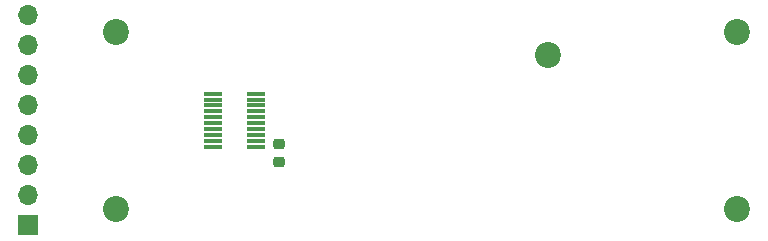
<source format=gbr>
%TF.GenerationSoftware,KiCad,Pcbnew,(6.0.11-0)*%
%TF.CreationDate,2023-03-19T15:11:57+09:00*%
%TF.ProjectId,MB-RL7021-11-M5StickC,4d422d52-4c37-4303-9231-2d31312d4d35,rev?*%
%TF.SameCoordinates,Original*%
%TF.FileFunction,Soldermask,Top*%
%TF.FilePolarity,Negative*%
%FSLAX46Y46*%
G04 Gerber Fmt 4.6, Leading zero omitted, Abs format (unit mm)*
G04 Created by KiCad (PCBNEW (6.0.11-0)) date 2023-03-19 15:11:57*
%MOMM*%
%LPD*%
G01*
G04 APERTURE LIST*
G04 Aperture macros list*
%AMRoundRect*
0 Rectangle with rounded corners*
0 $1 Rounding radius*
0 $2 $3 $4 $5 $6 $7 $8 $9 X,Y pos of 4 corners*
0 Add a 4 corners polygon primitive as box body*
4,1,4,$2,$3,$4,$5,$6,$7,$8,$9,$2,$3,0*
0 Add four circle primitives for the rounded corners*
1,1,$1+$1,$2,$3*
1,1,$1+$1,$4,$5*
1,1,$1+$1,$6,$7*
1,1,$1+$1,$8,$9*
0 Add four rect primitives between the rounded corners*
20,1,$1+$1,$2,$3,$4,$5,0*
20,1,$1+$1,$4,$5,$6,$7,0*
20,1,$1+$1,$6,$7,$8,$9,0*
20,1,$1+$1,$8,$9,$2,$3,0*%
G04 Aperture macros list end*
%ADD10C,2.200000*%
%ADD11RoundRect,0.075000X0.725000X0.075000X-0.725000X0.075000X-0.725000X-0.075000X0.725000X-0.075000X0*%
%ADD12RoundRect,0.225000X0.250000X-0.225000X0.250000X0.225000X-0.250000X0.225000X-0.250000X-0.225000X0*%
%ADD13R,1.700000X1.700000*%
%ADD14O,1.700000X1.700000*%
G04 APERTURE END LIST*
D10*
%TO.C,H4*%
X180500000Y-109500000D03*
%TD*%
%TO.C,H3*%
X180500000Y-124500000D03*
%TD*%
%TO.C,H2*%
X128000000Y-124500000D03*
%TD*%
%TO.C,H1*%
X128000000Y-109500000D03*
%TD*%
%TO.C,U1*%
X164500000Y-111500000D03*
D11*
X139800000Y-119250000D03*
X136200000Y-119250000D03*
X139800000Y-118750000D03*
X136200000Y-118750000D03*
X139800000Y-118250000D03*
X136200000Y-118250000D03*
X139800000Y-117750000D03*
X136200000Y-117750000D03*
X139800000Y-117250000D03*
X136200000Y-117250000D03*
X139800000Y-116750000D03*
X136200000Y-116750000D03*
X139800000Y-116250000D03*
X136200000Y-116250000D03*
X139800000Y-115750000D03*
X136200000Y-115750000D03*
X139800000Y-115250000D03*
X136200000Y-115250000D03*
X139800000Y-114750000D03*
X136200000Y-114750000D03*
%TD*%
D12*
%TO.C,C1*%
X141800000Y-120550000D03*
X141800000Y-119000000D03*
%TD*%
D13*
%TO.C,J1*%
X120540000Y-125890000D03*
D14*
X120540000Y-123350000D03*
X120540000Y-120810000D03*
X120540000Y-118270000D03*
X120540000Y-115730000D03*
X120540000Y-113190000D03*
X120540000Y-110650000D03*
X120540000Y-108110000D03*
%TD*%
M02*

</source>
